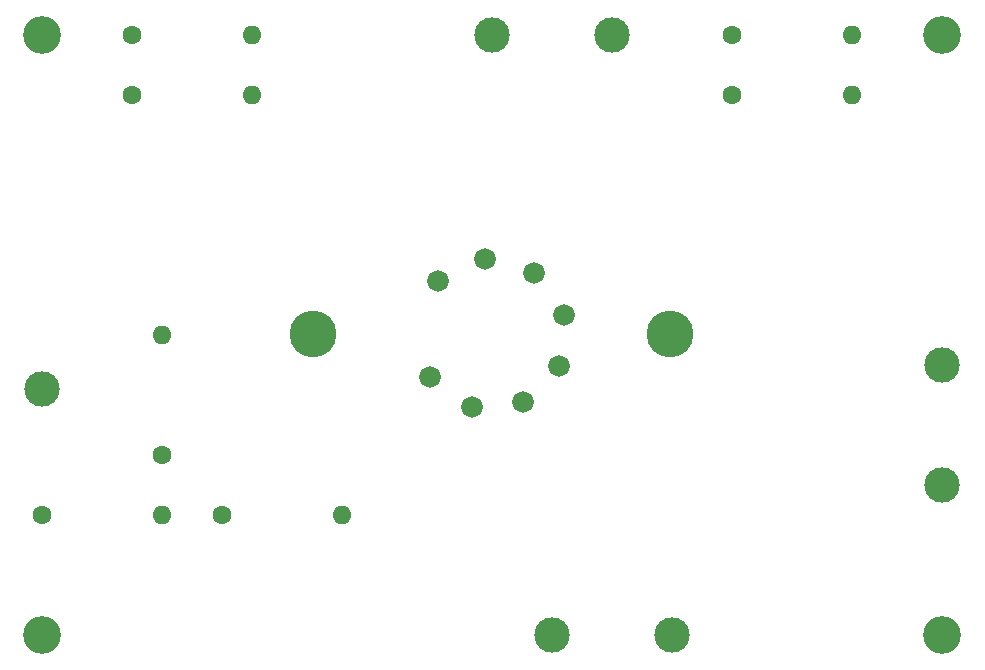
<source format=gbr>
%TF.GenerationSoftware,KiCad,Pcbnew,5.1.8+dfsg1-1+b1*%
%TF.CreationDate,2021-08-06T11:41:16-05:00*%
%TF.ProjectId,to-3-opamp-prototype,746f2d33-2d6f-4706-916d-702d70726f74,A*%
%TF.SameCoordinates,Original*%
%TF.FileFunction,Soldermask,Top*%
%TF.FilePolarity,Negative*%
%FSLAX46Y46*%
G04 Gerber Fmt 4.6, Leading zero omitted, Abs format (unit mm)*
G04 Created by KiCad (PCBNEW 5.1.8+dfsg1-1+b1) date 2021-08-06 11:41:16*
%MOMM*%
%LPD*%
G01*
G04 APERTURE LIST*
%ADD10O,1.600000X1.600000*%
%ADD11C,1.600000*%
%ADD12C,3.000000*%
%ADD13C,3.962400*%
%ADD14C,1.828800*%
%ADD15C,3.200000*%
G04 APERTURE END LIST*
D10*
%TO.C,R3*%
X81280000Y-63500000D03*
D11*
X71120000Y-63500000D03*
%TD*%
D10*
%TO.C,R2*%
X132080000Y-63500000D03*
D11*
X121920000Y-63500000D03*
%TD*%
D10*
%TO.C,R1*%
X88900000Y-104140000D03*
D11*
X78740000Y-104140000D03*
%TD*%
D10*
%TO.C,C4*%
X81280000Y-68580000D03*
D11*
X71120000Y-68580000D03*
%TD*%
D10*
%TO.C,C3*%
X132080000Y-68580000D03*
D11*
X121920000Y-68580000D03*
%TD*%
D10*
%TO.C,C2*%
X73660000Y-88900000D03*
D11*
X73660000Y-99060000D03*
%TD*%
D10*
%TO.C,C1*%
X73660000Y-104140000D03*
D11*
X63500000Y-104140000D03*
%TD*%
D12*
%TO.C,TP7*%
X101600000Y-63500000D03*
%TD*%
%TO.C,TP6*%
X111760000Y-63500000D03*
%TD*%
%TO.C,TP5*%
X139700000Y-91440000D03*
%TD*%
%TO.C,TP4*%
X139700000Y-101600000D03*
%TD*%
%TO.C,TP3*%
X116840000Y-114300000D03*
%TD*%
%TO.C,TP2*%
X106680000Y-114300000D03*
%TD*%
%TO.C,TP1*%
X63500000Y-93472000D03*
%TD*%
D13*
%TO.C,U1*%
X86430528Y-88818128D03*
X116605728Y-88818128D03*
D14*
X96316513Y-92456000D03*
X99874626Y-94951758D03*
X104201755Y-94573182D03*
X107273182Y-91501755D03*
X107651758Y-87174626D03*
X105160338Y-83616513D03*
X100964690Y-82492291D03*
X97028000Y-84328000D03*
%TD*%
D15*
%TO.C,REF\u002A\u002A*%
X63500000Y-114300000D03*
%TD*%
%TO.C,REF\u002A\u002A*%
X139700000Y-114300000D03*
%TD*%
%TO.C,REF\u002A\u002A*%
X63500000Y-63500000D03*
%TD*%
%TO.C,REF\u002A\u002A*%
X139700000Y-63500000D03*
%TD*%
M02*

</source>
